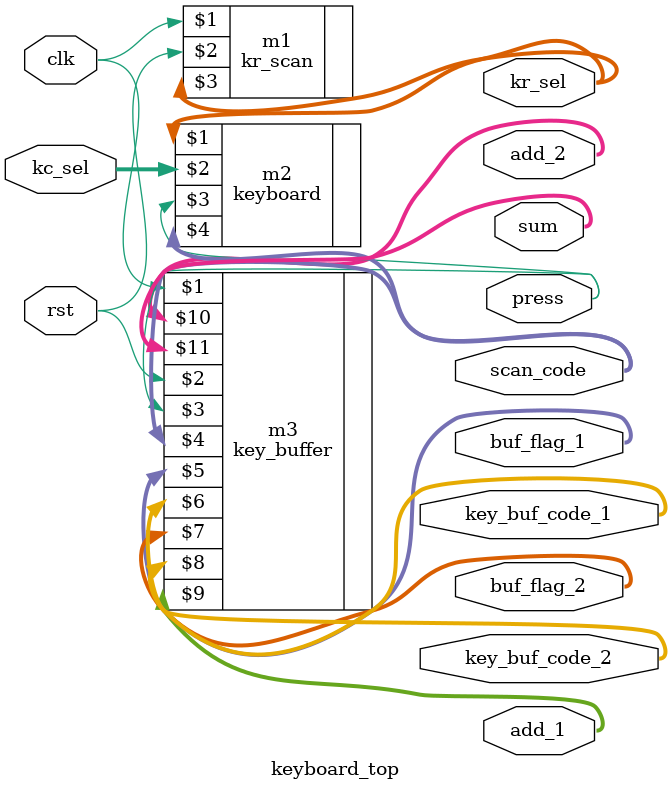
<source format=v>
module keyboard_top(clk, rst, kc_sel, kr_sel, press, scan_code,
buf_flag_1, key_buf_code_1, buf_flag_2, key_buf_code_2, add_1, add_2, sum);

	input  clk, rst;
	input  [3:0] kc_sel;
	output [3:0] kr_sel;
	output press;
	output [3:0] scan_code;
	
	output [5:0]  buf_flag_1, buf_flag_2;
	output [23:0] key_buf_code_1, key_buf_code_2; 
   output [19:0] add_1, add_2;
	output [20:0] sum;
	
	kr_scan    m1(clk, rst, kr_sel);
	keyboard   m2(kr_sel, kc_sel, press, scan_code);
	key_buffer m3(clk, rst, press, scan_code,
					  buf_flag_1, key_buf_code_1, 
					  buf_flag_2, key_buf_code_2, 
					  add_1, add_2, sum);
endmodule 
</source>
